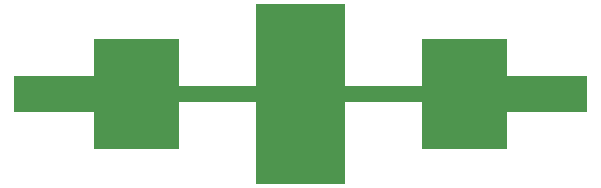
<source format=gbr>
G04 AWR Design Environment 15.04 *
G04 RS274-X Output Version 0.1 *
%FSLAX36Y36*%
%MOMM*%
%SFA1B1*%
%ADD10C,.010*%

G36*
X42830000Y-5710000D02*
Y-1707800D01*
X36300000D01*
Y-8638000D01*
X28829000D01*
Y-1707800D01*
X22299000D01*
Y-5710000D01*
X15089000D01*
Y-2563770D01*
X8327000D01*
Y457770D01*
X15089000D01*
Y3604000D01*
X22299000D01*
Y-398200D01*
X28829000D01*
Y6532000D01*
X36300000D01*
Y-398200D01*
X42830000D01*
Y3604000D01*
X50040000D01*
Y457770D01*
X56802000D01*
Y-2563770D01*
X50040000D01*
Y-5710000D01*
X42830000D01*
G37*
M02*
G04 End of Data *

</source>
